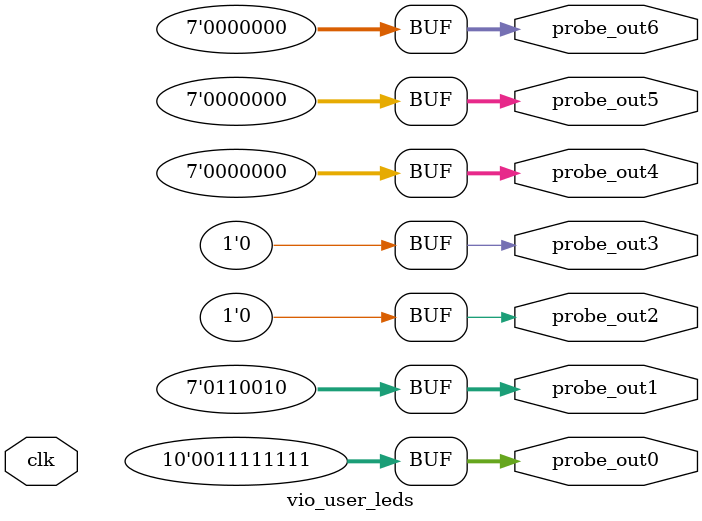
<source format=v>
`timescale 1ns / 1ps
module vio_user_leds (
clk,

probe_out0,
probe_out1,
probe_out2,
probe_out3,
probe_out4,
probe_out5,
probe_out6
);

input clk;

output reg [9 : 0] probe_out0 = 'h0FF ;
output reg [6 : 0] probe_out1 = 'h32 ;
output reg [0 : 0] probe_out2 = 'h0 ;
output reg [0 : 0] probe_out3 = 'h0 ;
output reg [6 : 0] probe_out4 = 'h00 ;
output reg [6 : 0] probe_out5 = 'h00 ;
output reg [6 : 0] probe_out6 = 'h00 ;


endmodule

</source>
